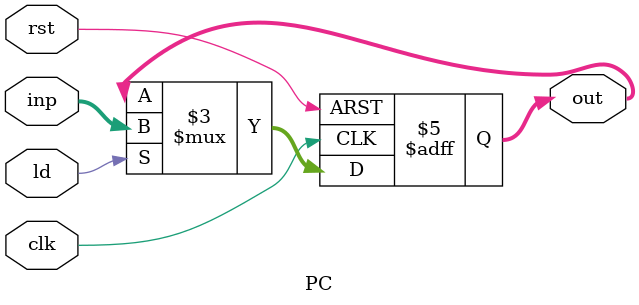
<source format=v>
`timescale 1ps/1ps
module PC (
    clk,
    rst,
    ld,
    inp,
    out
    );
    parameter n = 32;
    input clk,
    rst,
    ld;
    input [n-1:0]inp;
    output reg [n-1:0]out;

    always @(posedge clk, posedge rst) begin
        if (rst) out <= {(n){1'b0}};
        else begin
            if(ld) out <= inp;
            else out <= out;
        end
    end
endmodule
</source>
